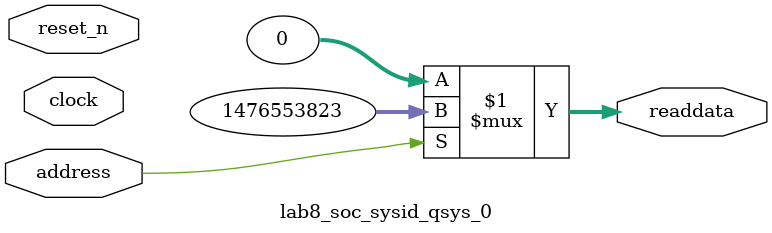
<source format=v>

`timescale 1ns / 1ps
// synthesis translate_on

// turn off superfluous verilog processor warnings 
// altera message_level Level1 
// altera message_off 10034 10035 10036 10037 10230 10240 10030 

module lab8_soc_sysid_qsys_0 (
               // inputs:
                address,
                clock,
                reset_n,

               // outputs:
                readdata
             )
;

  output  [ 31: 0] readdata;
  input            address;
  input            clock;
  input            reset_n;

  wire    [ 31: 0] readdata;
  //control_slave, which is an e_avalon_slave
  assign readdata = address ? 1476553823 : 0;

endmodule




</source>
